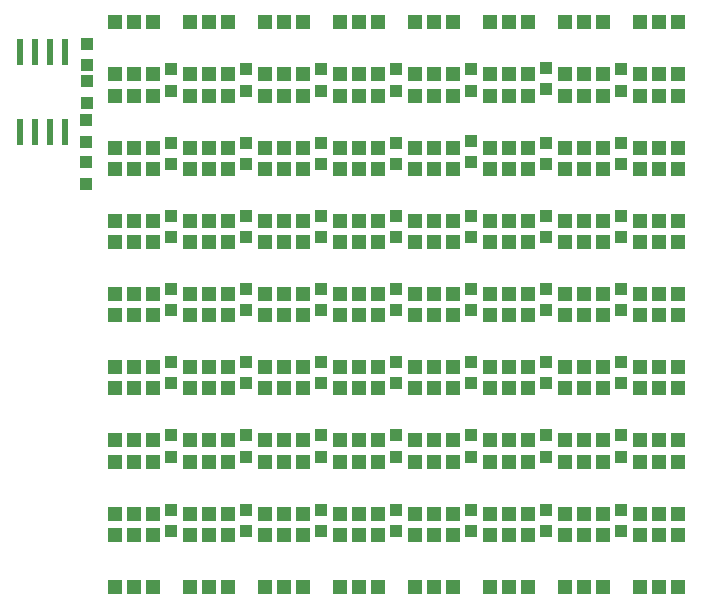
<source format=gtp>
G75*
%MOIN*%
%OFA0B0*%
%FSLAX24Y24*%
%IPPOS*%
%LPD*%
%AMOC8*
5,1,8,0,0,1.08239X$1,22.5*
%
%ADD10R,0.0240X0.0870*%
%ADD11R,0.0394X0.0433*%
%ADD12R,0.0472X0.0512*%
D10*
X000839Y015875D03*
X001339Y015875D03*
X001839Y015875D03*
X002339Y015875D03*
X002339Y018525D03*
X001839Y018525D03*
X001339Y018525D03*
X000839Y018525D03*
D11*
X003070Y018804D03*
X003070Y018096D03*
X003050Y017554D03*
X003050Y016846D03*
X003040Y016254D03*
X003040Y015546D03*
X003040Y014854D03*
X003040Y014146D03*
X005870Y014806D03*
X005870Y015514D03*
X005870Y017246D03*
X005870Y017954D03*
X008370Y017954D03*
X008370Y017246D03*
X008370Y015514D03*
X008370Y014806D03*
X008370Y013074D03*
X008370Y012366D03*
X008370Y010634D03*
X008370Y009926D03*
X008370Y008194D03*
X008370Y007486D03*
X008370Y005754D03*
X008370Y005046D03*
X008370Y003264D03*
X008370Y002556D03*
X005870Y002556D03*
X005870Y003264D03*
X005870Y005046D03*
X005870Y005754D03*
X005870Y007486D03*
X005870Y008194D03*
X005870Y009926D03*
X005870Y010634D03*
X005870Y012366D03*
X005870Y013074D03*
X010870Y013074D03*
X010870Y012366D03*
X010870Y010634D03*
X010870Y009926D03*
X010870Y008194D03*
X010870Y007486D03*
X010870Y005754D03*
X010870Y005046D03*
X010870Y003264D03*
X010870Y002556D03*
X013370Y002556D03*
X013370Y003264D03*
X013370Y005046D03*
X013370Y005754D03*
X013370Y007486D03*
X013370Y008194D03*
X013370Y009926D03*
X013370Y010634D03*
X013370Y012366D03*
X013370Y013074D03*
X013370Y014806D03*
X013370Y015514D03*
X013370Y017246D03*
X013370Y017954D03*
X015870Y017954D03*
X015870Y017246D03*
X015870Y015564D03*
X015870Y014856D03*
X015870Y013074D03*
X015870Y012366D03*
X015870Y010634D03*
X015870Y009926D03*
X015870Y008194D03*
X015870Y007486D03*
X015870Y005754D03*
X015870Y005046D03*
X015870Y003264D03*
X015870Y002556D03*
X018370Y002556D03*
X018370Y003264D03*
X018370Y005046D03*
X018370Y005754D03*
X018370Y007486D03*
X018370Y008194D03*
X018370Y009926D03*
X018370Y010634D03*
X018370Y012366D03*
X018370Y013074D03*
X018370Y014806D03*
X018370Y015514D03*
X018370Y017296D03*
X018370Y018004D03*
X020870Y017954D03*
X020870Y017246D03*
X020870Y015514D03*
X020870Y014806D03*
X020870Y013074D03*
X020870Y012366D03*
X020870Y010634D03*
X020870Y009926D03*
X020870Y008194D03*
X020870Y007486D03*
X020870Y005754D03*
X020870Y005046D03*
X020870Y003264D03*
X020870Y002556D03*
X010870Y014806D03*
X010870Y015514D03*
X010870Y017246D03*
X010870Y017954D03*
D12*
X003990Y000704D03*
X004620Y000704D03*
X005250Y000704D03*
X006490Y000704D03*
X007120Y000704D03*
X007750Y000704D03*
X008990Y000704D03*
X009620Y000704D03*
X010250Y000704D03*
X011490Y000704D03*
X012120Y000704D03*
X012750Y000704D03*
X013990Y000704D03*
X014620Y000704D03*
X015250Y000704D03*
X016490Y000704D03*
X017120Y000704D03*
X017750Y000704D03*
X018990Y000704D03*
X019620Y000704D03*
X020250Y000704D03*
X021490Y000704D03*
X022120Y000704D03*
X022750Y000704D03*
X022750Y002436D03*
X022120Y002436D03*
X021490Y002436D03*
X021490Y003144D03*
X022120Y003144D03*
X022750Y003144D03*
X022750Y004876D03*
X022120Y004876D03*
X021490Y004876D03*
X021490Y005584D03*
X022120Y005584D03*
X022750Y005584D03*
X022750Y007316D03*
X022120Y007316D03*
X021490Y007316D03*
X021490Y008024D03*
X022120Y008024D03*
X022750Y008024D03*
X022750Y009756D03*
X022120Y009756D03*
X021490Y009756D03*
X021490Y010464D03*
X022120Y010464D03*
X022750Y010464D03*
X022750Y012196D03*
X022120Y012196D03*
X021490Y012196D03*
X021490Y012904D03*
X022120Y012904D03*
X022750Y012904D03*
X022750Y014636D03*
X022120Y014636D03*
X021490Y014636D03*
X021490Y015344D03*
X022120Y015344D03*
X022750Y015344D03*
X022750Y017076D03*
X022120Y017076D03*
X021490Y017076D03*
X021490Y017784D03*
X022120Y017784D03*
X022750Y017784D03*
X022750Y019516D03*
X022120Y019516D03*
X021490Y019516D03*
X020250Y019516D03*
X019620Y019516D03*
X018990Y019516D03*
X017750Y019516D03*
X017120Y019516D03*
X016490Y019516D03*
X015250Y019516D03*
X014620Y019516D03*
X013990Y019516D03*
X012750Y019516D03*
X012120Y019516D03*
X011490Y019516D03*
X010250Y019516D03*
X009620Y019516D03*
X008990Y019516D03*
X007750Y019516D03*
X007120Y019516D03*
X006490Y019516D03*
X005250Y019516D03*
X004620Y019516D03*
X003990Y019516D03*
X003990Y017784D03*
X004620Y017784D03*
X005250Y017784D03*
X005250Y017076D03*
X004620Y017076D03*
X003990Y017076D03*
X003990Y015344D03*
X004620Y015344D03*
X005250Y015344D03*
X005250Y014636D03*
X004620Y014636D03*
X003990Y014636D03*
X003990Y012904D03*
X004620Y012904D03*
X005250Y012904D03*
X005250Y012196D03*
X004620Y012196D03*
X003990Y012196D03*
X003990Y010464D03*
X004620Y010464D03*
X005250Y010464D03*
X005250Y009756D03*
X004620Y009756D03*
X003990Y009756D03*
X003990Y008024D03*
X004620Y008024D03*
X005250Y008024D03*
X005250Y007316D03*
X004620Y007316D03*
X003990Y007316D03*
X003990Y005584D03*
X004620Y005584D03*
X005250Y005584D03*
X005250Y004876D03*
X004620Y004876D03*
X003990Y004876D03*
X003990Y003144D03*
X004620Y003144D03*
X005250Y003144D03*
X005250Y002436D03*
X004620Y002436D03*
X003990Y002436D03*
X006490Y002436D03*
X007120Y002436D03*
X007750Y002436D03*
X007750Y003144D03*
X007120Y003144D03*
X006490Y003144D03*
X006490Y004876D03*
X007120Y004876D03*
X007750Y004876D03*
X007750Y005584D03*
X007120Y005584D03*
X006490Y005584D03*
X006490Y007316D03*
X007120Y007316D03*
X007750Y007316D03*
X007750Y008024D03*
X007120Y008024D03*
X006490Y008024D03*
X006490Y009756D03*
X007120Y009756D03*
X007750Y009756D03*
X007750Y010464D03*
X007120Y010464D03*
X006490Y010464D03*
X006490Y012196D03*
X007120Y012196D03*
X007750Y012196D03*
X007750Y012904D03*
X007120Y012904D03*
X006490Y012904D03*
X006490Y014636D03*
X007120Y014636D03*
X007750Y014636D03*
X007750Y015344D03*
X007120Y015344D03*
X006490Y015344D03*
X006490Y017076D03*
X007120Y017076D03*
X007750Y017076D03*
X007750Y017784D03*
X007120Y017784D03*
X006490Y017784D03*
X008990Y017784D03*
X009620Y017784D03*
X010250Y017784D03*
X010250Y017076D03*
X009620Y017076D03*
X008990Y017076D03*
X008990Y015344D03*
X009620Y015344D03*
X010250Y015344D03*
X010250Y014636D03*
X009620Y014636D03*
X008990Y014636D03*
X008990Y012904D03*
X009620Y012904D03*
X010250Y012904D03*
X010250Y012196D03*
X009620Y012196D03*
X008990Y012196D03*
X008990Y010464D03*
X009620Y010464D03*
X010250Y010464D03*
X010250Y009756D03*
X009620Y009756D03*
X008990Y009756D03*
X008990Y008024D03*
X009620Y008024D03*
X010250Y008024D03*
X010250Y007316D03*
X009620Y007316D03*
X008990Y007316D03*
X008990Y005584D03*
X009620Y005584D03*
X010250Y005584D03*
X010250Y004876D03*
X009620Y004876D03*
X008990Y004876D03*
X008990Y003144D03*
X009620Y003144D03*
X010250Y003144D03*
X010250Y002436D03*
X009620Y002436D03*
X008990Y002436D03*
X011490Y002436D03*
X012120Y002436D03*
X012750Y002436D03*
X012750Y003144D03*
X012120Y003144D03*
X011490Y003144D03*
X011490Y004876D03*
X012120Y004876D03*
X012750Y004876D03*
X012750Y005584D03*
X012120Y005584D03*
X011490Y005584D03*
X011490Y007316D03*
X012120Y007316D03*
X012750Y007316D03*
X012750Y008024D03*
X012120Y008024D03*
X011490Y008024D03*
X011490Y009756D03*
X012120Y009756D03*
X012750Y009756D03*
X012750Y010464D03*
X012120Y010464D03*
X011490Y010464D03*
X011490Y012196D03*
X012120Y012196D03*
X012750Y012196D03*
X012750Y012904D03*
X012120Y012904D03*
X011490Y012904D03*
X011490Y014636D03*
X012120Y014636D03*
X012750Y014636D03*
X012750Y015344D03*
X012120Y015344D03*
X011490Y015344D03*
X011490Y017076D03*
X012120Y017076D03*
X012750Y017076D03*
X012750Y017784D03*
X012120Y017784D03*
X011490Y017784D03*
X013990Y017784D03*
X014620Y017784D03*
X015250Y017784D03*
X015250Y017076D03*
X014620Y017076D03*
X013990Y017076D03*
X013990Y015344D03*
X014620Y015344D03*
X015250Y015344D03*
X015250Y014636D03*
X014620Y014636D03*
X013990Y014636D03*
X013990Y012904D03*
X014620Y012904D03*
X015250Y012904D03*
X015250Y012196D03*
X014620Y012196D03*
X013990Y012196D03*
X013990Y010464D03*
X014620Y010464D03*
X015250Y010464D03*
X015250Y009756D03*
X014620Y009756D03*
X013990Y009756D03*
X013990Y008024D03*
X014620Y008024D03*
X015250Y008024D03*
X015250Y007316D03*
X014620Y007316D03*
X013990Y007316D03*
X013990Y005584D03*
X014620Y005584D03*
X015250Y005584D03*
X015250Y004876D03*
X014620Y004876D03*
X013990Y004876D03*
X013990Y003144D03*
X014620Y003144D03*
X015250Y003144D03*
X015250Y002436D03*
X014620Y002436D03*
X013990Y002436D03*
X016490Y002436D03*
X017120Y002436D03*
X017750Y002436D03*
X017750Y003144D03*
X017120Y003144D03*
X016490Y003144D03*
X016490Y004876D03*
X017120Y004876D03*
X017750Y004876D03*
X017750Y005584D03*
X017120Y005584D03*
X016490Y005584D03*
X016490Y007316D03*
X017120Y007316D03*
X017750Y007316D03*
X017750Y008024D03*
X017120Y008024D03*
X016490Y008024D03*
X016490Y009756D03*
X017120Y009756D03*
X017750Y009756D03*
X017750Y010464D03*
X017120Y010464D03*
X016490Y010464D03*
X016490Y012196D03*
X017120Y012196D03*
X017750Y012196D03*
X017750Y012904D03*
X017120Y012904D03*
X016490Y012904D03*
X016490Y014636D03*
X017120Y014636D03*
X017750Y014636D03*
X017750Y015344D03*
X017120Y015344D03*
X016490Y015344D03*
X016490Y017076D03*
X017120Y017076D03*
X017750Y017076D03*
X017750Y017784D03*
X017120Y017784D03*
X016490Y017784D03*
X018990Y017784D03*
X019620Y017784D03*
X020250Y017784D03*
X020250Y017076D03*
X019620Y017076D03*
X018990Y017076D03*
X018990Y015344D03*
X019620Y015344D03*
X020250Y015344D03*
X020250Y014636D03*
X019620Y014636D03*
X018990Y014636D03*
X018990Y012904D03*
X019620Y012904D03*
X020250Y012904D03*
X020250Y012196D03*
X019620Y012196D03*
X018990Y012196D03*
X018990Y010464D03*
X019620Y010464D03*
X020250Y010464D03*
X020250Y009756D03*
X019620Y009756D03*
X018990Y009756D03*
X018990Y008024D03*
X019620Y008024D03*
X020250Y008024D03*
X020250Y007316D03*
X019620Y007316D03*
X018990Y007316D03*
X018990Y005584D03*
X019620Y005584D03*
X020250Y005584D03*
X020250Y004876D03*
X019620Y004876D03*
X018990Y004876D03*
X018990Y003144D03*
X019620Y003144D03*
X020250Y003144D03*
X020250Y002436D03*
X019620Y002436D03*
X018990Y002436D03*
M02*

</source>
